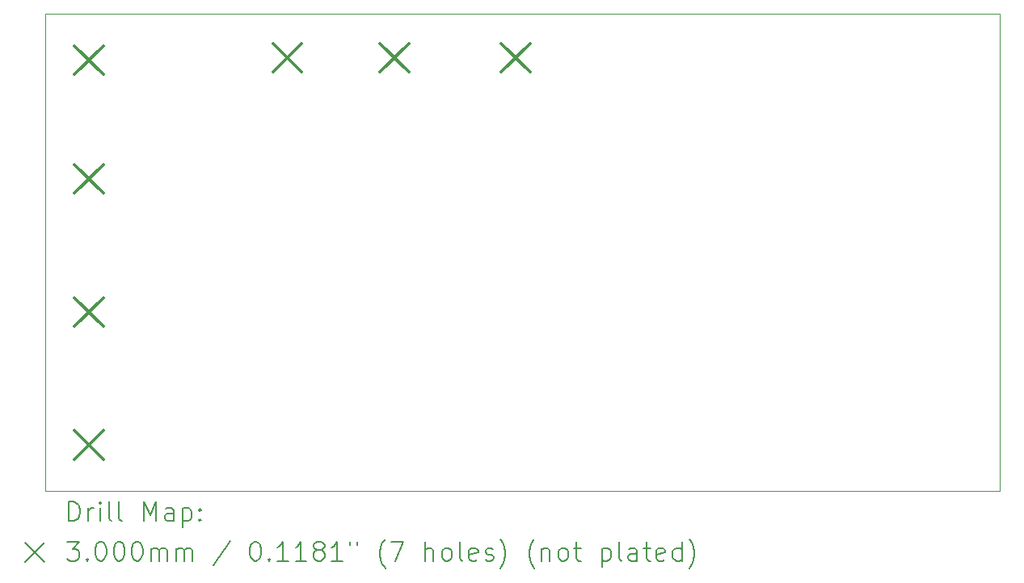
<source format=gbr>
%FSLAX45Y45*%
G04 Gerber Fmt 4.5, Leading zero omitted, Abs format (unit mm)*
G04 Created by KiCad (PCBNEW (6.0.5)) date 2022-09-13 16:11:17*
%MOMM*%
%LPD*%
G01*
G04 APERTURE LIST*
%TA.AperFunction,Profile*%
%ADD10C,0.100000*%
%TD*%
%ADD11C,0.200000*%
%ADD12C,0.300000*%
G04 APERTURE END LIST*
D10*
X10000000Y5000000D02*
X0Y5000000D01*
X0Y5000000D02*
X0Y0D01*
X0Y0D02*
X10000000Y0D01*
X10000000Y0D02*
X10000000Y5000000D01*
D11*
D12*
X310000Y4665000D02*
X610000Y4365000D01*
X610000Y4665000D02*
X310000Y4365000D01*
X310000Y3420000D02*
X610000Y3120000D01*
X610000Y3420000D02*
X310000Y3120000D01*
X310000Y2025000D02*
X610000Y1725000D01*
X610000Y2025000D02*
X310000Y1725000D01*
X310000Y630000D02*
X610000Y330000D01*
X610000Y630000D02*
X310000Y330000D01*
X2390000Y4690000D02*
X2690000Y4390000D01*
X2690000Y4690000D02*
X2390000Y4390000D01*
X3511500Y4690000D02*
X3811500Y4390000D01*
X3811500Y4690000D02*
X3511500Y4390000D01*
X4783000Y4690000D02*
X5083000Y4390000D01*
X5083000Y4690000D02*
X4783000Y4390000D01*
D11*
X252619Y-315476D02*
X252619Y-115476D01*
X300238Y-115476D01*
X328810Y-125000D01*
X347857Y-144048D01*
X357381Y-163095D01*
X366905Y-201190D01*
X366905Y-229762D01*
X357381Y-267857D01*
X347857Y-286905D01*
X328810Y-305952D01*
X300238Y-315476D01*
X252619Y-315476D01*
X452619Y-315476D02*
X452619Y-182143D01*
X452619Y-220238D02*
X462143Y-201190D01*
X471667Y-191667D01*
X490714Y-182143D01*
X509762Y-182143D01*
X576429Y-315476D02*
X576429Y-182143D01*
X576429Y-115476D02*
X566905Y-125000D01*
X576429Y-134524D01*
X585952Y-125000D01*
X576429Y-115476D01*
X576429Y-134524D01*
X700238Y-315476D02*
X681190Y-305952D01*
X671667Y-286905D01*
X671667Y-115476D01*
X805000Y-315476D02*
X785952Y-305952D01*
X776428Y-286905D01*
X776428Y-115476D01*
X1033571Y-315476D02*
X1033571Y-115476D01*
X1100238Y-258333D01*
X1166905Y-115476D01*
X1166905Y-315476D01*
X1347857Y-315476D02*
X1347857Y-210714D01*
X1338333Y-191667D01*
X1319286Y-182143D01*
X1281190Y-182143D01*
X1262143Y-191667D01*
X1347857Y-305952D02*
X1328810Y-315476D01*
X1281190Y-315476D01*
X1262143Y-305952D01*
X1252619Y-286905D01*
X1252619Y-267857D01*
X1262143Y-248809D01*
X1281190Y-239286D01*
X1328810Y-239286D01*
X1347857Y-229762D01*
X1443095Y-182143D02*
X1443095Y-382143D01*
X1443095Y-191667D02*
X1462143Y-182143D01*
X1500238Y-182143D01*
X1519286Y-191667D01*
X1528809Y-201190D01*
X1538333Y-220238D01*
X1538333Y-277381D01*
X1528809Y-296429D01*
X1519286Y-305952D01*
X1500238Y-315476D01*
X1462143Y-315476D01*
X1443095Y-305952D01*
X1624048Y-296429D02*
X1633571Y-305952D01*
X1624048Y-315476D01*
X1614524Y-305952D01*
X1624048Y-296429D01*
X1624048Y-315476D01*
X1624048Y-191667D02*
X1633571Y-201190D01*
X1624048Y-210714D01*
X1614524Y-201190D01*
X1624048Y-191667D01*
X1624048Y-210714D01*
X-205000Y-545000D02*
X-5000Y-745000D01*
X-5000Y-545000D02*
X-205000Y-745000D01*
X233571Y-535476D02*
X357381Y-535476D01*
X290714Y-611667D01*
X319286Y-611667D01*
X338333Y-621190D01*
X347857Y-630714D01*
X357381Y-649762D01*
X357381Y-697381D01*
X347857Y-716428D01*
X338333Y-725952D01*
X319286Y-735476D01*
X262143Y-735476D01*
X243095Y-725952D01*
X233571Y-716428D01*
X443095Y-716428D02*
X452619Y-725952D01*
X443095Y-735476D01*
X433571Y-725952D01*
X443095Y-716428D01*
X443095Y-735476D01*
X576429Y-535476D02*
X595476Y-535476D01*
X614524Y-545000D01*
X624048Y-554524D01*
X633571Y-573571D01*
X643095Y-611667D01*
X643095Y-659286D01*
X633571Y-697381D01*
X624048Y-716428D01*
X614524Y-725952D01*
X595476Y-735476D01*
X576429Y-735476D01*
X557381Y-725952D01*
X547857Y-716428D01*
X538333Y-697381D01*
X528810Y-659286D01*
X528810Y-611667D01*
X538333Y-573571D01*
X547857Y-554524D01*
X557381Y-545000D01*
X576429Y-535476D01*
X766905Y-535476D02*
X785952Y-535476D01*
X805000Y-545000D01*
X814524Y-554524D01*
X824048Y-573571D01*
X833571Y-611667D01*
X833571Y-659286D01*
X824048Y-697381D01*
X814524Y-716428D01*
X805000Y-725952D01*
X785952Y-735476D01*
X766905Y-735476D01*
X747857Y-725952D01*
X738333Y-716428D01*
X728809Y-697381D01*
X719286Y-659286D01*
X719286Y-611667D01*
X728809Y-573571D01*
X738333Y-554524D01*
X747857Y-545000D01*
X766905Y-535476D01*
X957381Y-535476D02*
X976428Y-535476D01*
X995476Y-545000D01*
X1005000Y-554524D01*
X1014524Y-573571D01*
X1024048Y-611667D01*
X1024048Y-659286D01*
X1014524Y-697381D01*
X1005000Y-716428D01*
X995476Y-725952D01*
X976428Y-735476D01*
X957381Y-735476D01*
X938333Y-725952D01*
X928809Y-716428D01*
X919286Y-697381D01*
X909762Y-659286D01*
X909762Y-611667D01*
X919286Y-573571D01*
X928809Y-554524D01*
X938333Y-545000D01*
X957381Y-535476D01*
X1109762Y-735476D02*
X1109762Y-602143D01*
X1109762Y-621190D02*
X1119286Y-611667D01*
X1138333Y-602143D01*
X1166905Y-602143D01*
X1185952Y-611667D01*
X1195476Y-630714D01*
X1195476Y-735476D01*
X1195476Y-630714D02*
X1205000Y-611667D01*
X1224048Y-602143D01*
X1252619Y-602143D01*
X1271667Y-611667D01*
X1281190Y-630714D01*
X1281190Y-735476D01*
X1376429Y-735476D02*
X1376429Y-602143D01*
X1376429Y-621190D02*
X1385952Y-611667D01*
X1405000Y-602143D01*
X1433571Y-602143D01*
X1452619Y-611667D01*
X1462143Y-630714D01*
X1462143Y-735476D01*
X1462143Y-630714D02*
X1471667Y-611667D01*
X1490714Y-602143D01*
X1519286Y-602143D01*
X1538333Y-611667D01*
X1547857Y-630714D01*
X1547857Y-735476D01*
X1938333Y-525952D02*
X1766905Y-783095D01*
X2195476Y-535476D02*
X2214524Y-535476D01*
X2233571Y-545000D01*
X2243095Y-554524D01*
X2252619Y-573571D01*
X2262143Y-611667D01*
X2262143Y-659286D01*
X2252619Y-697381D01*
X2243095Y-716428D01*
X2233571Y-725952D01*
X2214524Y-735476D01*
X2195476Y-735476D01*
X2176429Y-725952D01*
X2166905Y-716428D01*
X2157381Y-697381D01*
X2147857Y-659286D01*
X2147857Y-611667D01*
X2157381Y-573571D01*
X2166905Y-554524D01*
X2176429Y-545000D01*
X2195476Y-535476D01*
X2347857Y-716428D02*
X2357381Y-725952D01*
X2347857Y-735476D01*
X2338333Y-725952D01*
X2347857Y-716428D01*
X2347857Y-735476D01*
X2547857Y-735476D02*
X2433571Y-735476D01*
X2490714Y-735476D02*
X2490714Y-535476D01*
X2471667Y-564048D01*
X2452619Y-583095D01*
X2433571Y-592619D01*
X2738333Y-735476D02*
X2624048Y-735476D01*
X2681190Y-735476D02*
X2681190Y-535476D01*
X2662143Y-564048D01*
X2643095Y-583095D01*
X2624048Y-592619D01*
X2852619Y-621190D02*
X2833571Y-611667D01*
X2824048Y-602143D01*
X2814524Y-583095D01*
X2814524Y-573571D01*
X2824048Y-554524D01*
X2833571Y-545000D01*
X2852619Y-535476D01*
X2890714Y-535476D01*
X2909762Y-545000D01*
X2919286Y-554524D01*
X2928809Y-573571D01*
X2928809Y-583095D01*
X2919286Y-602143D01*
X2909762Y-611667D01*
X2890714Y-621190D01*
X2852619Y-621190D01*
X2833571Y-630714D01*
X2824048Y-640238D01*
X2814524Y-659286D01*
X2814524Y-697381D01*
X2824048Y-716428D01*
X2833571Y-725952D01*
X2852619Y-735476D01*
X2890714Y-735476D01*
X2909762Y-725952D01*
X2919286Y-716428D01*
X2928809Y-697381D01*
X2928809Y-659286D01*
X2919286Y-640238D01*
X2909762Y-630714D01*
X2890714Y-621190D01*
X3119286Y-735476D02*
X3005000Y-735476D01*
X3062143Y-735476D02*
X3062143Y-535476D01*
X3043095Y-564048D01*
X3024048Y-583095D01*
X3005000Y-592619D01*
X3195476Y-535476D02*
X3195476Y-573571D01*
X3271667Y-535476D02*
X3271667Y-573571D01*
X3566905Y-811667D02*
X3557381Y-802143D01*
X3538333Y-773571D01*
X3528809Y-754524D01*
X3519286Y-725952D01*
X3509762Y-678333D01*
X3509762Y-640238D01*
X3519286Y-592619D01*
X3528809Y-564048D01*
X3538333Y-545000D01*
X3557381Y-516428D01*
X3566905Y-506905D01*
X3624048Y-535476D02*
X3757381Y-535476D01*
X3671667Y-735476D01*
X3985952Y-735476D02*
X3985952Y-535476D01*
X4071667Y-735476D02*
X4071667Y-630714D01*
X4062143Y-611667D01*
X4043095Y-602143D01*
X4014524Y-602143D01*
X3995476Y-611667D01*
X3985952Y-621190D01*
X4195476Y-735476D02*
X4176428Y-725952D01*
X4166905Y-716428D01*
X4157381Y-697381D01*
X4157381Y-640238D01*
X4166905Y-621190D01*
X4176428Y-611667D01*
X4195476Y-602143D01*
X4224048Y-602143D01*
X4243095Y-611667D01*
X4252619Y-621190D01*
X4262143Y-640238D01*
X4262143Y-697381D01*
X4252619Y-716428D01*
X4243095Y-725952D01*
X4224048Y-735476D01*
X4195476Y-735476D01*
X4376429Y-735476D02*
X4357381Y-725952D01*
X4347857Y-706905D01*
X4347857Y-535476D01*
X4528810Y-725952D02*
X4509762Y-735476D01*
X4471667Y-735476D01*
X4452619Y-725952D01*
X4443095Y-706905D01*
X4443095Y-630714D01*
X4452619Y-611667D01*
X4471667Y-602143D01*
X4509762Y-602143D01*
X4528810Y-611667D01*
X4538333Y-630714D01*
X4538333Y-649762D01*
X4443095Y-668810D01*
X4614524Y-725952D02*
X4633571Y-735476D01*
X4671667Y-735476D01*
X4690714Y-725952D01*
X4700238Y-706905D01*
X4700238Y-697381D01*
X4690714Y-678333D01*
X4671667Y-668810D01*
X4643095Y-668810D01*
X4624048Y-659286D01*
X4614524Y-640238D01*
X4614524Y-630714D01*
X4624048Y-611667D01*
X4643095Y-602143D01*
X4671667Y-602143D01*
X4690714Y-611667D01*
X4766905Y-811667D02*
X4776429Y-802143D01*
X4795476Y-773571D01*
X4805000Y-754524D01*
X4814524Y-725952D01*
X4824048Y-678333D01*
X4824048Y-640238D01*
X4814524Y-592619D01*
X4805000Y-564048D01*
X4795476Y-545000D01*
X4776429Y-516428D01*
X4766905Y-506905D01*
X5128810Y-811667D02*
X5119286Y-802143D01*
X5100238Y-773571D01*
X5090714Y-754524D01*
X5081190Y-725952D01*
X5071667Y-678333D01*
X5071667Y-640238D01*
X5081190Y-592619D01*
X5090714Y-564048D01*
X5100238Y-545000D01*
X5119286Y-516428D01*
X5128810Y-506905D01*
X5205000Y-602143D02*
X5205000Y-735476D01*
X5205000Y-621190D02*
X5214524Y-611667D01*
X5233571Y-602143D01*
X5262143Y-602143D01*
X5281190Y-611667D01*
X5290714Y-630714D01*
X5290714Y-735476D01*
X5414524Y-735476D02*
X5395476Y-725952D01*
X5385952Y-716428D01*
X5376429Y-697381D01*
X5376429Y-640238D01*
X5385952Y-621190D01*
X5395476Y-611667D01*
X5414524Y-602143D01*
X5443095Y-602143D01*
X5462143Y-611667D01*
X5471667Y-621190D01*
X5481190Y-640238D01*
X5481190Y-697381D01*
X5471667Y-716428D01*
X5462143Y-725952D01*
X5443095Y-735476D01*
X5414524Y-735476D01*
X5538333Y-602143D02*
X5614524Y-602143D01*
X5566905Y-535476D02*
X5566905Y-706905D01*
X5576429Y-725952D01*
X5595476Y-735476D01*
X5614524Y-735476D01*
X5833571Y-602143D02*
X5833571Y-802143D01*
X5833571Y-611667D02*
X5852619Y-602143D01*
X5890714Y-602143D01*
X5909762Y-611667D01*
X5919286Y-621190D01*
X5928809Y-640238D01*
X5928809Y-697381D01*
X5919286Y-716428D01*
X5909762Y-725952D01*
X5890714Y-735476D01*
X5852619Y-735476D01*
X5833571Y-725952D01*
X6043095Y-735476D02*
X6024048Y-725952D01*
X6014524Y-706905D01*
X6014524Y-535476D01*
X6205000Y-735476D02*
X6205000Y-630714D01*
X6195476Y-611667D01*
X6176428Y-602143D01*
X6138333Y-602143D01*
X6119286Y-611667D01*
X6205000Y-725952D02*
X6185952Y-735476D01*
X6138333Y-735476D01*
X6119286Y-725952D01*
X6109762Y-706905D01*
X6109762Y-687857D01*
X6119286Y-668810D01*
X6138333Y-659286D01*
X6185952Y-659286D01*
X6205000Y-649762D01*
X6271667Y-602143D02*
X6347857Y-602143D01*
X6300238Y-535476D02*
X6300238Y-706905D01*
X6309762Y-725952D01*
X6328809Y-735476D01*
X6347857Y-735476D01*
X6490714Y-725952D02*
X6471667Y-735476D01*
X6433571Y-735476D01*
X6414524Y-725952D01*
X6405000Y-706905D01*
X6405000Y-630714D01*
X6414524Y-611667D01*
X6433571Y-602143D01*
X6471667Y-602143D01*
X6490714Y-611667D01*
X6500238Y-630714D01*
X6500238Y-649762D01*
X6405000Y-668810D01*
X6671667Y-735476D02*
X6671667Y-535476D01*
X6671667Y-725952D02*
X6652619Y-735476D01*
X6614524Y-735476D01*
X6595476Y-725952D01*
X6585952Y-716428D01*
X6576428Y-697381D01*
X6576428Y-640238D01*
X6585952Y-621190D01*
X6595476Y-611667D01*
X6614524Y-602143D01*
X6652619Y-602143D01*
X6671667Y-611667D01*
X6747857Y-811667D02*
X6757381Y-802143D01*
X6776428Y-773571D01*
X6785952Y-754524D01*
X6795476Y-725952D01*
X6805000Y-678333D01*
X6805000Y-640238D01*
X6795476Y-592619D01*
X6785952Y-564048D01*
X6776428Y-545000D01*
X6757381Y-516428D01*
X6747857Y-506905D01*
M02*

</source>
